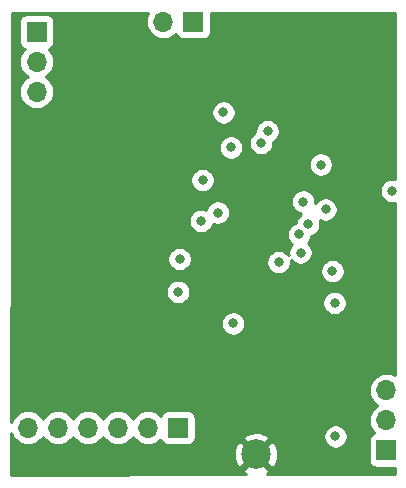
<source format=gbr>
G04 #@! TF.GenerationSoftware,KiCad,Pcbnew,(5.1.4)-1*
G04 #@! TF.CreationDate,2021-02-14T21:55:27+01:00*
G04 #@! TF.ProjectId,Atari XL s-video,41746172-6920-4584-9c20-732d76696465,rev?*
G04 #@! TF.SameCoordinates,Original*
G04 #@! TF.FileFunction,Copper,L2,Inr*
G04 #@! TF.FilePolarity,Positive*
%FSLAX46Y46*%
G04 Gerber Fmt 4.6, Leading zero omitted, Abs format (unit mm)*
G04 Created by KiCad (PCBNEW (5.1.4)-1) date 2021-02-14 21:55:27*
%MOMM*%
%LPD*%
G04 APERTURE LIST*
%ADD10R,1.700000X1.700000*%
%ADD11O,1.700000X1.700000*%
%ADD12C,2.499360*%
%ADD13C,0.800000*%
%ADD14C,0.254000*%
G04 APERTURE END LIST*
D10*
X173532800Y-58928000D03*
D11*
X173532800Y-61468000D03*
X173532800Y-64008000D03*
D12*
X192100000Y-94716600D03*
D10*
X185496000Y-92456000D03*
D11*
X182956000Y-92456000D03*
X180416000Y-92456000D03*
X177876000Y-92456000D03*
X175336000Y-92456000D03*
X172796000Y-92456000D03*
D10*
X203149000Y-94361000D03*
D11*
X203149000Y-91821000D03*
X203149000Y-89281000D03*
X184252000Y-58064400D03*
D10*
X186792000Y-58064400D03*
D13*
X185516900Y-80945200D03*
X187585100Y-71482900D03*
X198831200Y-93192600D03*
X198750700Y-81887200D03*
X203631800Y-72390000D03*
X183863400Y-79430800D03*
X173659800Y-74752200D03*
X190171800Y-83620700D03*
X188867800Y-74229900D03*
X185642100Y-78165700D03*
X198569400Y-79187700D03*
X194022000Y-78429800D03*
X195753700Y-76085400D03*
X195875400Y-77627500D03*
X196514500Y-75204200D03*
X187460100Y-74937700D03*
X196094900Y-73308300D03*
X197582300Y-70167000D03*
X193075800Y-67345000D03*
X189980300Y-68716200D03*
X189348900Y-65745700D03*
X197998700Y-73961700D03*
X192545600Y-68344800D03*
D14*
G36*
X182873401Y-57493366D02*
G01*
X182788487Y-57773289D01*
X182759815Y-58064400D01*
X182788487Y-58355511D01*
X182873401Y-58635434D01*
X183011294Y-58893414D01*
X183196866Y-59119534D01*
X183422986Y-59305106D01*
X183680966Y-59442999D01*
X183960889Y-59527913D01*
X184179050Y-59549400D01*
X184324950Y-59549400D01*
X184543111Y-59527913D01*
X184823034Y-59442999D01*
X185081014Y-59305106D01*
X185307134Y-59119534D01*
X185331607Y-59089713D01*
X185352498Y-59158580D01*
X185411463Y-59268894D01*
X185490815Y-59365585D01*
X185587506Y-59444937D01*
X185697820Y-59503902D01*
X185817518Y-59540212D01*
X185942000Y-59552472D01*
X187642000Y-59552472D01*
X187766482Y-59540212D01*
X187886180Y-59503902D01*
X187996494Y-59444937D01*
X188093185Y-59365585D01*
X188172537Y-59268894D01*
X188231502Y-59158580D01*
X188267812Y-59038882D01*
X188280072Y-58914400D01*
X188280072Y-57302000D01*
X203911185Y-57302000D01*
X203902320Y-71388533D01*
X203733739Y-71355000D01*
X203529861Y-71355000D01*
X203329902Y-71394774D01*
X203141544Y-71472795D01*
X202972026Y-71586063D01*
X202827863Y-71730226D01*
X202714595Y-71899744D01*
X202636574Y-72088102D01*
X202596800Y-72288061D01*
X202596800Y-72491939D01*
X202636574Y-72691898D01*
X202714595Y-72880256D01*
X202827863Y-73049774D01*
X202972026Y-73193937D01*
X203141544Y-73307205D01*
X203329902Y-73385226D01*
X203529861Y-73425000D01*
X203733739Y-73425000D01*
X203901059Y-73391718D01*
X203891869Y-87994249D01*
X203720034Y-87902401D01*
X203440111Y-87817487D01*
X203221950Y-87796000D01*
X203076050Y-87796000D01*
X202857889Y-87817487D01*
X202577966Y-87902401D01*
X202319986Y-88040294D01*
X202093866Y-88225866D01*
X201908294Y-88451986D01*
X201770401Y-88709966D01*
X201685487Y-88989889D01*
X201656815Y-89281000D01*
X201685487Y-89572111D01*
X201770401Y-89852034D01*
X201908294Y-90110014D01*
X202093866Y-90336134D01*
X202319986Y-90521706D01*
X202374791Y-90551000D01*
X202319986Y-90580294D01*
X202093866Y-90765866D01*
X201908294Y-90991986D01*
X201770401Y-91249966D01*
X201685487Y-91529889D01*
X201656815Y-91821000D01*
X201685487Y-92112111D01*
X201770401Y-92392034D01*
X201908294Y-92650014D01*
X202093866Y-92876134D01*
X202123687Y-92900607D01*
X202054820Y-92921498D01*
X201944506Y-92980463D01*
X201847815Y-93059815D01*
X201768463Y-93156506D01*
X201709498Y-93266820D01*
X201673188Y-93386518D01*
X201660928Y-93511000D01*
X201660928Y-95211000D01*
X201673188Y-95335482D01*
X201709498Y-95455180D01*
X201768463Y-95565494D01*
X201847815Y-95662185D01*
X201944506Y-95741537D01*
X202054820Y-95800502D01*
X202174518Y-95836812D01*
X202299000Y-95849072D01*
X203886926Y-95849072D01*
X203886614Y-96344578D01*
X193000594Y-96377269D01*
X193107896Y-96319915D01*
X193233771Y-96029977D01*
X192100000Y-94896205D01*
X190966229Y-96029977D01*
X191092104Y-96319915D01*
X191217713Y-96382623D01*
X171374647Y-96442212D01*
X171377797Y-94769319D01*
X190206935Y-94769319D01*
X190253595Y-95137625D01*
X190371211Y-95489751D01*
X190496685Y-95724496D01*
X190786623Y-95850371D01*
X191920395Y-94716600D01*
X192279605Y-94716600D01*
X193413377Y-95850371D01*
X193703315Y-95724496D01*
X193869139Y-95392338D01*
X193966975Y-95034213D01*
X193993065Y-94663881D01*
X193946405Y-94295575D01*
X193828789Y-93943449D01*
X193703315Y-93708704D01*
X193413377Y-93582829D01*
X192279605Y-94716600D01*
X191920395Y-94716600D01*
X190786623Y-93582829D01*
X190496685Y-93708704D01*
X190330861Y-94040862D01*
X190233025Y-94398987D01*
X190206935Y-94769319D01*
X171377797Y-94769319D01*
X171381303Y-92908034D01*
X171417401Y-93027034D01*
X171555294Y-93285014D01*
X171740866Y-93511134D01*
X171966986Y-93696706D01*
X172224966Y-93834599D01*
X172504889Y-93919513D01*
X172723050Y-93941000D01*
X172868950Y-93941000D01*
X173087111Y-93919513D01*
X173367034Y-93834599D01*
X173625014Y-93696706D01*
X173851134Y-93511134D01*
X174036706Y-93285014D01*
X174066000Y-93230209D01*
X174095294Y-93285014D01*
X174280866Y-93511134D01*
X174506986Y-93696706D01*
X174764966Y-93834599D01*
X175044889Y-93919513D01*
X175263050Y-93941000D01*
X175408950Y-93941000D01*
X175627111Y-93919513D01*
X175907034Y-93834599D01*
X176165014Y-93696706D01*
X176391134Y-93511134D01*
X176576706Y-93285014D01*
X176606000Y-93230209D01*
X176635294Y-93285014D01*
X176820866Y-93511134D01*
X177046986Y-93696706D01*
X177304966Y-93834599D01*
X177584889Y-93919513D01*
X177803050Y-93941000D01*
X177948950Y-93941000D01*
X178167111Y-93919513D01*
X178447034Y-93834599D01*
X178705014Y-93696706D01*
X178931134Y-93511134D01*
X179116706Y-93285014D01*
X179146000Y-93230209D01*
X179175294Y-93285014D01*
X179360866Y-93511134D01*
X179586986Y-93696706D01*
X179844966Y-93834599D01*
X180124889Y-93919513D01*
X180343050Y-93941000D01*
X180488950Y-93941000D01*
X180707111Y-93919513D01*
X180987034Y-93834599D01*
X181245014Y-93696706D01*
X181471134Y-93511134D01*
X181656706Y-93285014D01*
X181686000Y-93230209D01*
X181715294Y-93285014D01*
X181900866Y-93511134D01*
X182126986Y-93696706D01*
X182384966Y-93834599D01*
X182664889Y-93919513D01*
X182883050Y-93941000D01*
X183028950Y-93941000D01*
X183247111Y-93919513D01*
X183527034Y-93834599D01*
X183785014Y-93696706D01*
X184011134Y-93511134D01*
X184035607Y-93481313D01*
X184056498Y-93550180D01*
X184115463Y-93660494D01*
X184194815Y-93757185D01*
X184291506Y-93836537D01*
X184401820Y-93895502D01*
X184521518Y-93931812D01*
X184646000Y-93944072D01*
X186346000Y-93944072D01*
X186470482Y-93931812D01*
X186590180Y-93895502D01*
X186700494Y-93836537D01*
X186797185Y-93757185D01*
X186876537Y-93660494D01*
X186935502Y-93550180D01*
X186971812Y-93430482D01*
X186974496Y-93403223D01*
X190966229Y-93403223D01*
X192100000Y-94536995D01*
X193233771Y-93403223D01*
X193107896Y-93113285D01*
X193062579Y-93090661D01*
X197796200Y-93090661D01*
X197796200Y-93294539D01*
X197835974Y-93494498D01*
X197913995Y-93682856D01*
X198027263Y-93852374D01*
X198171426Y-93996537D01*
X198340944Y-94109805D01*
X198529302Y-94187826D01*
X198729261Y-94227600D01*
X198933139Y-94227600D01*
X199133098Y-94187826D01*
X199321456Y-94109805D01*
X199490974Y-93996537D01*
X199635137Y-93852374D01*
X199748405Y-93682856D01*
X199826426Y-93494498D01*
X199866200Y-93294539D01*
X199866200Y-93090661D01*
X199826426Y-92890702D01*
X199748405Y-92702344D01*
X199635137Y-92532826D01*
X199490974Y-92388663D01*
X199321456Y-92275395D01*
X199133098Y-92197374D01*
X198933139Y-92157600D01*
X198729261Y-92157600D01*
X198529302Y-92197374D01*
X198340944Y-92275395D01*
X198171426Y-92388663D01*
X198027263Y-92532826D01*
X197913995Y-92702344D01*
X197835974Y-92890702D01*
X197796200Y-93090661D01*
X193062579Y-93090661D01*
X192775738Y-92947461D01*
X192417613Y-92849625D01*
X192047281Y-92823535D01*
X191678975Y-92870195D01*
X191326849Y-92987811D01*
X191092104Y-93113285D01*
X190966229Y-93403223D01*
X186974496Y-93403223D01*
X186984072Y-93306000D01*
X186984072Y-91606000D01*
X186971812Y-91481518D01*
X186935502Y-91361820D01*
X186876537Y-91251506D01*
X186797185Y-91154815D01*
X186700494Y-91075463D01*
X186590180Y-91016498D01*
X186470482Y-90980188D01*
X186346000Y-90967928D01*
X184646000Y-90967928D01*
X184521518Y-90980188D01*
X184401820Y-91016498D01*
X184291506Y-91075463D01*
X184194815Y-91154815D01*
X184115463Y-91251506D01*
X184056498Y-91361820D01*
X184035607Y-91430687D01*
X184011134Y-91400866D01*
X183785014Y-91215294D01*
X183527034Y-91077401D01*
X183247111Y-90992487D01*
X183028950Y-90971000D01*
X182883050Y-90971000D01*
X182664889Y-90992487D01*
X182384966Y-91077401D01*
X182126986Y-91215294D01*
X181900866Y-91400866D01*
X181715294Y-91626986D01*
X181686000Y-91681791D01*
X181656706Y-91626986D01*
X181471134Y-91400866D01*
X181245014Y-91215294D01*
X180987034Y-91077401D01*
X180707111Y-90992487D01*
X180488950Y-90971000D01*
X180343050Y-90971000D01*
X180124889Y-90992487D01*
X179844966Y-91077401D01*
X179586986Y-91215294D01*
X179360866Y-91400866D01*
X179175294Y-91626986D01*
X179146000Y-91681791D01*
X179116706Y-91626986D01*
X178931134Y-91400866D01*
X178705014Y-91215294D01*
X178447034Y-91077401D01*
X178167111Y-90992487D01*
X177948950Y-90971000D01*
X177803050Y-90971000D01*
X177584889Y-90992487D01*
X177304966Y-91077401D01*
X177046986Y-91215294D01*
X176820866Y-91400866D01*
X176635294Y-91626986D01*
X176606000Y-91681791D01*
X176576706Y-91626986D01*
X176391134Y-91400866D01*
X176165014Y-91215294D01*
X175907034Y-91077401D01*
X175627111Y-90992487D01*
X175408950Y-90971000D01*
X175263050Y-90971000D01*
X175044889Y-90992487D01*
X174764966Y-91077401D01*
X174506986Y-91215294D01*
X174280866Y-91400866D01*
X174095294Y-91626986D01*
X174066000Y-91681791D01*
X174036706Y-91626986D01*
X173851134Y-91400866D01*
X173625014Y-91215294D01*
X173367034Y-91077401D01*
X173087111Y-90992487D01*
X172868950Y-90971000D01*
X172723050Y-90971000D01*
X172504889Y-90992487D01*
X172224966Y-91077401D01*
X171966986Y-91215294D01*
X171740866Y-91400866D01*
X171555294Y-91626986D01*
X171417401Y-91884966D01*
X171383016Y-91998318D01*
X171398984Y-83518761D01*
X189136800Y-83518761D01*
X189136800Y-83722639D01*
X189176574Y-83922598D01*
X189254595Y-84110956D01*
X189367863Y-84280474D01*
X189512026Y-84424637D01*
X189681544Y-84537905D01*
X189869902Y-84615926D01*
X190069861Y-84655700D01*
X190273739Y-84655700D01*
X190473698Y-84615926D01*
X190662056Y-84537905D01*
X190831574Y-84424637D01*
X190975737Y-84280474D01*
X191089005Y-84110956D01*
X191167026Y-83922598D01*
X191206800Y-83722639D01*
X191206800Y-83518761D01*
X191167026Y-83318802D01*
X191089005Y-83130444D01*
X190975737Y-82960926D01*
X190831574Y-82816763D01*
X190662056Y-82703495D01*
X190473698Y-82625474D01*
X190273739Y-82585700D01*
X190069861Y-82585700D01*
X189869902Y-82625474D01*
X189681544Y-82703495D01*
X189512026Y-82816763D01*
X189367863Y-82960926D01*
X189254595Y-83130444D01*
X189176574Y-83318802D01*
X189136800Y-83518761D01*
X171398984Y-83518761D01*
X171404023Y-80843261D01*
X184481900Y-80843261D01*
X184481900Y-81047139D01*
X184521674Y-81247098D01*
X184599695Y-81435456D01*
X184712963Y-81604974D01*
X184857126Y-81749137D01*
X185026644Y-81862405D01*
X185215002Y-81940426D01*
X185414961Y-81980200D01*
X185618839Y-81980200D01*
X185818798Y-81940426D01*
X186007156Y-81862405D01*
X186122610Y-81785261D01*
X197715700Y-81785261D01*
X197715700Y-81989139D01*
X197755474Y-82189098D01*
X197833495Y-82377456D01*
X197946763Y-82546974D01*
X198090926Y-82691137D01*
X198260444Y-82804405D01*
X198448802Y-82882426D01*
X198648761Y-82922200D01*
X198852639Y-82922200D01*
X199052598Y-82882426D01*
X199240956Y-82804405D01*
X199410474Y-82691137D01*
X199554637Y-82546974D01*
X199667905Y-82377456D01*
X199745926Y-82189098D01*
X199785700Y-81989139D01*
X199785700Y-81785261D01*
X199745926Y-81585302D01*
X199667905Y-81396944D01*
X199554637Y-81227426D01*
X199410474Y-81083263D01*
X199240956Y-80969995D01*
X199052598Y-80891974D01*
X198852639Y-80852200D01*
X198648761Y-80852200D01*
X198448802Y-80891974D01*
X198260444Y-80969995D01*
X198090926Y-81083263D01*
X197946763Y-81227426D01*
X197833495Y-81396944D01*
X197755474Y-81585302D01*
X197715700Y-81785261D01*
X186122610Y-81785261D01*
X186176674Y-81749137D01*
X186320837Y-81604974D01*
X186434105Y-81435456D01*
X186512126Y-81247098D01*
X186551900Y-81047139D01*
X186551900Y-80843261D01*
X186512126Y-80643302D01*
X186434105Y-80454944D01*
X186320837Y-80285426D01*
X186176674Y-80141263D01*
X186007156Y-80027995D01*
X185818798Y-79949974D01*
X185618839Y-79910200D01*
X185414961Y-79910200D01*
X185215002Y-79949974D01*
X185026644Y-80027995D01*
X184857126Y-80141263D01*
X184712963Y-80285426D01*
X184599695Y-80454944D01*
X184521674Y-80643302D01*
X184481900Y-80843261D01*
X171404023Y-80843261D01*
X171409257Y-78063761D01*
X184607100Y-78063761D01*
X184607100Y-78267639D01*
X184646874Y-78467598D01*
X184724895Y-78655956D01*
X184838163Y-78825474D01*
X184982326Y-78969637D01*
X185151844Y-79082905D01*
X185340202Y-79160926D01*
X185540161Y-79200700D01*
X185744039Y-79200700D01*
X185943998Y-79160926D01*
X186132356Y-79082905D01*
X186301874Y-78969637D01*
X186446037Y-78825474D01*
X186559305Y-78655956D01*
X186637326Y-78467598D01*
X186665121Y-78327861D01*
X192987000Y-78327861D01*
X192987000Y-78531739D01*
X193026774Y-78731698D01*
X193104795Y-78920056D01*
X193218063Y-79089574D01*
X193362226Y-79233737D01*
X193531744Y-79347005D01*
X193720102Y-79425026D01*
X193920061Y-79464800D01*
X194123939Y-79464800D01*
X194323898Y-79425026D01*
X194512256Y-79347005D01*
X194681774Y-79233737D01*
X194825937Y-79089574D01*
X194828484Y-79085761D01*
X197534400Y-79085761D01*
X197534400Y-79289639D01*
X197574174Y-79489598D01*
X197652195Y-79677956D01*
X197765463Y-79847474D01*
X197909626Y-79991637D01*
X198079144Y-80104905D01*
X198267502Y-80182926D01*
X198467461Y-80222700D01*
X198671339Y-80222700D01*
X198871298Y-80182926D01*
X199059656Y-80104905D01*
X199229174Y-79991637D01*
X199373337Y-79847474D01*
X199486605Y-79677956D01*
X199564626Y-79489598D01*
X199604400Y-79289639D01*
X199604400Y-79085761D01*
X199564626Y-78885802D01*
X199486605Y-78697444D01*
X199373337Y-78527926D01*
X199229174Y-78383763D01*
X199059656Y-78270495D01*
X198871298Y-78192474D01*
X198671339Y-78152700D01*
X198467461Y-78152700D01*
X198267502Y-78192474D01*
X198079144Y-78270495D01*
X197909626Y-78383763D01*
X197765463Y-78527926D01*
X197652195Y-78697444D01*
X197574174Y-78885802D01*
X197534400Y-79085761D01*
X194828484Y-79085761D01*
X194939205Y-78920056D01*
X195017226Y-78731698D01*
X195057000Y-78531739D01*
X195057000Y-78327861D01*
X195039374Y-78239250D01*
X195071463Y-78287274D01*
X195215626Y-78431437D01*
X195385144Y-78544705D01*
X195573502Y-78622726D01*
X195773461Y-78662500D01*
X195977339Y-78662500D01*
X196177298Y-78622726D01*
X196365656Y-78544705D01*
X196535174Y-78431437D01*
X196679337Y-78287274D01*
X196792605Y-78117756D01*
X196870626Y-77929398D01*
X196910400Y-77729439D01*
X196910400Y-77525561D01*
X196870626Y-77325602D01*
X196792605Y-77137244D01*
X196679337Y-76967726D01*
X196535174Y-76823563D01*
X196501649Y-76801162D01*
X196557637Y-76745174D01*
X196670905Y-76575656D01*
X196748926Y-76387298D01*
X196785056Y-76205660D01*
X196816398Y-76199426D01*
X197004756Y-76121405D01*
X197174274Y-76008137D01*
X197318437Y-75863974D01*
X197431705Y-75694456D01*
X197509726Y-75506098D01*
X197549500Y-75306139D01*
X197549500Y-75102261D01*
X197509726Y-74902302D01*
X197496816Y-74871136D01*
X197508444Y-74878905D01*
X197696802Y-74956926D01*
X197896761Y-74996700D01*
X198100639Y-74996700D01*
X198300598Y-74956926D01*
X198488956Y-74878905D01*
X198658474Y-74765637D01*
X198802637Y-74621474D01*
X198915905Y-74451956D01*
X198993926Y-74263598D01*
X199033700Y-74063639D01*
X199033700Y-73859761D01*
X198993926Y-73659802D01*
X198915905Y-73471444D01*
X198802637Y-73301926D01*
X198658474Y-73157763D01*
X198488956Y-73044495D01*
X198300598Y-72966474D01*
X198100639Y-72926700D01*
X197896761Y-72926700D01*
X197696802Y-72966474D01*
X197508444Y-73044495D01*
X197338926Y-73157763D01*
X197194763Y-73301926D01*
X197129900Y-73399001D01*
X197129900Y-73206361D01*
X197090126Y-73006402D01*
X197012105Y-72818044D01*
X196898837Y-72648526D01*
X196754674Y-72504363D01*
X196585156Y-72391095D01*
X196396798Y-72313074D01*
X196196839Y-72273300D01*
X195992961Y-72273300D01*
X195793002Y-72313074D01*
X195604644Y-72391095D01*
X195435126Y-72504363D01*
X195290963Y-72648526D01*
X195177695Y-72818044D01*
X195099674Y-73006402D01*
X195059900Y-73206361D01*
X195059900Y-73410239D01*
X195099674Y-73610198D01*
X195177695Y-73798556D01*
X195290963Y-73968074D01*
X195435126Y-74112237D01*
X195604644Y-74225505D01*
X195793002Y-74303526D01*
X195952132Y-74335179D01*
X195854726Y-74400263D01*
X195710563Y-74544426D01*
X195597295Y-74713944D01*
X195519274Y-74902302D01*
X195483144Y-75083940D01*
X195451802Y-75090174D01*
X195263444Y-75168195D01*
X195093926Y-75281463D01*
X194949763Y-75425626D01*
X194836495Y-75595144D01*
X194758474Y-75783502D01*
X194718700Y-75983461D01*
X194718700Y-76187339D01*
X194758474Y-76387298D01*
X194836495Y-76575656D01*
X194949763Y-76745174D01*
X195093926Y-76889337D01*
X195127451Y-76911738D01*
X195071463Y-76967726D01*
X194958195Y-77137244D01*
X194880174Y-77325602D01*
X194840400Y-77525561D01*
X194840400Y-77729439D01*
X194858026Y-77818050D01*
X194825937Y-77770026D01*
X194681774Y-77625863D01*
X194512256Y-77512595D01*
X194323898Y-77434574D01*
X194123939Y-77394800D01*
X193920061Y-77394800D01*
X193720102Y-77434574D01*
X193531744Y-77512595D01*
X193362226Y-77625863D01*
X193218063Y-77770026D01*
X193104795Y-77939544D01*
X193026774Y-78127902D01*
X192987000Y-78327861D01*
X186665121Y-78327861D01*
X186677100Y-78267639D01*
X186677100Y-78063761D01*
X186637326Y-77863802D01*
X186559305Y-77675444D01*
X186446037Y-77505926D01*
X186301874Y-77361763D01*
X186132356Y-77248495D01*
X185943998Y-77170474D01*
X185744039Y-77130700D01*
X185540161Y-77130700D01*
X185340202Y-77170474D01*
X185151844Y-77248495D01*
X184982326Y-77361763D01*
X184838163Y-77505926D01*
X184724895Y-77675444D01*
X184646874Y-77863802D01*
X184607100Y-78063761D01*
X171409257Y-78063761D01*
X171415336Y-74835761D01*
X186425100Y-74835761D01*
X186425100Y-75039639D01*
X186464874Y-75239598D01*
X186542895Y-75427956D01*
X186656163Y-75597474D01*
X186800326Y-75741637D01*
X186969844Y-75854905D01*
X187158202Y-75932926D01*
X187358161Y-75972700D01*
X187562039Y-75972700D01*
X187761998Y-75932926D01*
X187950356Y-75854905D01*
X188119874Y-75741637D01*
X188264037Y-75597474D01*
X188377305Y-75427956D01*
X188455326Y-75239598D01*
X188466403Y-75183912D01*
X188565902Y-75225126D01*
X188765861Y-75264900D01*
X188969739Y-75264900D01*
X189169698Y-75225126D01*
X189358056Y-75147105D01*
X189527574Y-75033837D01*
X189671737Y-74889674D01*
X189785005Y-74720156D01*
X189863026Y-74531798D01*
X189902800Y-74331839D01*
X189902800Y-74127961D01*
X189863026Y-73928002D01*
X189785005Y-73739644D01*
X189671737Y-73570126D01*
X189527574Y-73425963D01*
X189358056Y-73312695D01*
X189169698Y-73234674D01*
X188969739Y-73194900D01*
X188765861Y-73194900D01*
X188565902Y-73234674D01*
X188377544Y-73312695D01*
X188208026Y-73425963D01*
X188063863Y-73570126D01*
X187950595Y-73739644D01*
X187872574Y-73928002D01*
X187861497Y-73983688D01*
X187761998Y-73942474D01*
X187562039Y-73902700D01*
X187358161Y-73902700D01*
X187158202Y-73942474D01*
X186969844Y-74020495D01*
X186800326Y-74133763D01*
X186656163Y-74277926D01*
X186542895Y-74447444D01*
X186464874Y-74635802D01*
X186425100Y-74835761D01*
X171415336Y-74835761D01*
X171421842Y-71380961D01*
X186550100Y-71380961D01*
X186550100Y-71584839D01*
X186589874Y-71784798D01*
X186667895Y-71973156D01*
X186781163Y-72142674D01*
X186925326Y-72286837D01*
X187094844Y-72400105D01*
X187283202Y-72478126D01*
X187483161Y-72517900D01*
X187687039Y-72517900D01*
X187886998Y-72478126D01*
X188075356Y-72400105D01*
X188244874Y-72286837D01*
X188389037Y-72142674D01*
X188502305Y-71973156D01*
X188580326Y-71784798D01*
X188620100Y-71584839D01*
X188620100Y-71380961D01*
X188580326Y-71181002D01*
X188502305Y-70992644D01*
X188389037Y-70823126D01*
X188244874Y-70678963D01*
X188075356Y-70565695D01*
X187886998Y-70487674D01*
X187687039Y-70447900D01*
X187483161Y-70447900D01*
X187283202Y-70487674D01*
X187094844Y-70565695D01*
X186925326Y-70678963D01*
X186781163Y-70823126D01*
X186667895Y-70992644D01*
X186589874Y-71181002D01*
X186550100Y-71380961D01*
X171421842Y-71380961D01*
X171424319Y-70065061D01*
X196547300Y-70065061D01*
X196547300Y-70268939D01*
X196587074Y-70468898D01*
X196665095Y-70657256D01*
X196778363Y-70826774D01*
X196922526Y-70970937D01*
X197092044Y-71084205D01*
X197280402Y-71162226D01*
X197480361Y-71202000D01*
X197684239Y-71202000D01*
X197884198Y-71162226D01*
X198072556Y-71084205D01*
X198242074Y-70970937D01*
X198386237Y-70826774D01*
X198499505Y-70657256D01*
X198577526Y-70468898D01*
X198617300Y-70268939D01*
X198617300Y-70065061D01*
X198577526Y-69865102D01*
X198499505Y-69676744D01*
X198386237Y-69507226D01*
X198242074Y-69363063D01*
X198072556Y-69249795D01*
X197884198Y-69171774D01*
X197684239Y-69132000D01*
X197480361Y-69132000D01*
X197280402Y-69171774D01*
X197092044Y-69249795D01*
X196922526Y-69363063D01*
X196778363Y-69507226D01*
X196665095Y-69676744D01*
X196587074Y-69865102D01*
X196547300Y-70065061D01*
X171424319Y-70065061D01*
X171427052Y-68614261D01*
X188945300Y-68614261D01*
X188945300Y-68818139D01*
X188985074Y-69018098D01*
X189063095Y-69206456D01*
X189176363Y-69375974D01*
X189320526Y-69520137D01*
X189490044Y-69633405D01*
X189678402Y-69711426D01*
X189878361Y-69751200D01*
X190082239Y-69751200D01*
X190282198Y-69711426D01*
X190470556Y-69633405D01*
X190640074Y-69520137D01*
X190784237Y-69375974D01*
X190897505Y-69206456D01*
X190975526Y-69018098D01*
X191015300Y-68818139D01*
X191015300Y-68614261D01*
X190975526Y-68414302D01*
X190904513Y-68242861D01*
X191510600Y-68242861D01*
X191510600Y-68446739D01*
X191550374Y-68646698D01*
X191628395Y-68835056D01*
X191741663Y-69004574D01*
X191885826Y-69148737D01*
X192055344Y-69262005D01*
X192243702Y-69340026D01*
X192443661Y-69379800D01*
X192647539Y-69379800D01*
X192847498Y-69340026D01*
X193035856Y-69262005D01*
X193205374Y-69148737D01*
X193349537Y-69004574D01*
X193462805Y-68835056D01*
X193540826Y-68646698D01*
X193580600Y-68446739D01*
X193580600Y-68252487D01*
X193735574Y-68148937D01*
X193879737Y-68004774D01*
X193993005Y-67835256D01*
X194071026Y-67646898D01*
X194110800Y-67446939D01*
X194110800Y-67243061D01*
X194071026Y-67043102D01*
X193993005Y-66854744D01*
X193879737Y-66685226D01*
X193735574Y-66541063D01*
X193566056Y-66427795D01*
X193377698Y-66349774D01*
X193177739Y-66310000D01*
X192973861Y-66310000D01*
X192773902Y-66349774D01*
X192585544Y-66427795D01*
X192416026Y-66541063D01*
X192271863Y-66685226D01*
X192158595Y-66854744D01*
X192080574Y-67043102D01*
X192040800Y-67243061D01*
X192040800Y-67437313D01*
X191885826Y-67540863D01*
X191741663Y-67685026D01*
X191628395Y-67854544D01*
X191550374Y-68042902D01*
X191510600Y-68242861D01*
X190904513Y-68242861D01*
X190897505Y-68225944D01*
X190784237Y-68056426D01*
X190640074Y-67912263D01*
X190470556Y-67798995D01*
X190282198Y-67720974D01*
X190082239Y-67681200D01*
X189878361Y-67681200D01*
X189678402Y-67720974D01*
X189490044Y-67798995D01*
X189320526Y-67912263D01*
X189176363Y-68056426D01*
X189063095Y-68225944D01*
X188985074Y-68414302D01*
X188945300Y-68614261D01*
X171427052Y-68614261D01*
X171432646Y-65643761D01*
X188313900Y-65643761D01*
X188313900Y-65847639D01*
X188353674Y-66047598D01*
X188431695Y-66235956D01*
X188544963Y-66405474D01*
X188689126Y-66549637D01*
X188858644Y-66662905D01*
X189047002Y-66740926D01*
X189246961Y-66780700D01*
X189450839Y-66780700D01*
X189650798Y-66740926D01*
X189839156Y-66662905D01*
X190008674Y-66549637D01*
X190152837Y-66405474D01*
X190266105Y-66235956D01*
X190344126Y-66047598D01*
X190383900Y-65847639D01*
X190383900Y-65643761D01*
X190344126Y-65443802D01*
X190266105Y-65255444D01*
X190152837Y-65085926D01*
X190008674Y-64941763D01*
X189839156Y-64828495D01*
X189650798Y-64750474D01*
X189450839Y-64710700D01*
X189246961Y-64710700D01*
X189047002Y-64750474D01*
X188858644Y-64828495D01*
X188689126Y-64941763D01*
X188544963Y-65085926D01*
X188431695Y-65255444D01*
X188353674Y-65443802D01*
X188313900Y-65643761D01*
X171432646Y-65643761D01*
X171440511Y-61468000D01*
X172040615Y-61468000D01*
X172069287Y-61759111D01*
X172154201Y-62039034D01*
X172292094Y-62297014D01*
X172477666Y-62523134D01*
X172703786Y-62708706D01*
X172758591Y-62738000D01*
X172703786Y-62767294D01*
X172477666Y-62952866D01*
X172292094Y-63178986D01*
X172154201Y-63436966D01*
X172069287Y-63716889D01*
X172040615Y-64008000D01*
X172069287Y-64299111D01*
X172154201Y-64579034D01*
X172292094Y-64837014D01*
X172477666Y-65063134D01*
X172703786Y-65248706D01*
X172961766Y-65386599D01*
X173241689Y-65471513D01*
X173459850Y-65493000D01*
X173605750Y-65493000D01*
X173823911Y-65471513D01*
X174103834Y-65386599D01*
X174361814Y-65248706D01*
X174587934Y-65063134D01*
X174773506Y-64837014D01*
X174911399Y-64579034D01*
X174996313Y-64299111D01*
X175024985Y-64008000D01*
X174996313Y-63716889D01*
X174911399Y-63436966D01*
X174773506Y-63178986D01*
X174587934Y-62952866D01*
X174361814Y-62767294D01*
X174307009Y-62738000D01*
X174361814Y-62708706D01*
X174587934Y-62523134D01*
X174773506Y-62297014D01*
X174911399Y-62039034D01*
X174996313Y-61759111D01*
X175024985Y-61468000D01*
X174996313Y-61176889D01*
X174911399Y-60896966D01*
X174773506Y-60638986D01*
X174587934Y-60412866D01*
X174558113Y-60388393D01*
X174626980Y-60367502D01*
X174737294Y-60308537D01*
X174833985Y-60229185D01*
X174913337Y-60132494D01*
X174972302Y-60022180D01*
X175008612Y-59902482D01*
X175020872Y-59778000D01*
X175020872Y-58078000D01*
X175008612Y-57953518D01*
X174972302Y-57833820D01*
X174913337Y-57723506D01*
X174833985Y-57626815D01*
X174737294Y-57547463D01*
X174626980Y-57488498D01*
X174507282Y-57452188D01*
X174382800Y-57439928D01*
X172682800Y-57439928D01*
X172558318Y-57452188D01*
X172438620Y-57488498D01*
X172328306Y-57547463D01*
X172231615Y-57626815D01*
X172152263Y-57723506D01*
X172093298Y-57833820D01*
X172056988Y-57953518D01*
X172044728Y-58078000D01*
X172044728Y-59778000D01*
X172056988Y-59902482D01*
X172093298Y-60022180D01*
X172152263Y-60132494D01*
X172231615Y-60229185D01*
X172328306Y-60308537D01*
X172438620Y-60367502D01*
X172507487Y-60388393D01*
X172477666Y-60412866D01*
X172292094Y-60638986D01*
X172154201Y-60896966D01*
X172069287Y-61176889D01*
X172040615Y-61468000D01*
X171440511Y-61468000D01*
X171448357Y-57302000D01*
X182975688Y-57302000D01*
X182873401Y-57493366D01*
X182873401Y-57493366D01*
G37*
X182873401Y-57493366D02*
X182788487Y-57773289D01*
X182759815Y-58064400D01*
X182788487Y-58355511D01*
X182873401Y-58635434D01*
X183011294Y-58893414D01*
X183196866Y-59119534D01*
X183422986Y-59305106D01*
X183680966Y-59442999D01*
X183960889Y-59527913D01*
X184179050Y-59549400D01*
X184324950Y-59549400D01*
X184543111Y-59527913D01*
X184823034Y-59442999D01*
X185081014Y-59305106D01*
X185307134Y-59119534D01*
X185331607Y-59089713D01*
X185352498Y-59158580D01*
X185411463Y-59268894D01*
X185490815Y-59365585D01*
X185587506Y-59444937D01*
X185697820Y-59503902D01*
X185817518Y-59540212D01*
X185942000Y-59552472D01*
X187642000Y-59552472D01*
X187766482Y-59540212D01*
X187886180Y-59503902D01*
X187996494Y-59444937D01*
X188093185Y-59365585D01*
X188172537Y-59268894D01*
X188231502Y-59158580D01*
X188267812Y-59038882D01*
X188280072Y-58914400D01*
X188280072Y-57302000D01*
X203911185Y-57302000D01*
X203902320Y-71388533D01*
X203733739Y-71355000D01*
X203529861Y-71355000D01*
X203329902Y-71394774D01*
X203141544Y-71472795D01*
X202972026Y-71586063D01*
X202827863Y-71730226D01*
X202714595Y-71899744D01*
X202636574Y-72088102D01*
X202596800Y-72288061D01*
X202596800Y-72491939D01*
X202636574Y-72691898D01*
X202714595Y-72880256D01*
X202827863Y-73049774D01*
X202972026Y-73193937D01*
X203141544Y-73307205D01*
X203329902Y-73385226D01*
X203529861Y-73425000D01*
X203733739Y-73425000D01*
X203901059Y-73391718D01*
X203891869Y-87994249D01*
X203720034Y-87902401D01*
X203440111Y-87817487D01*
X203221950Y-87796000D01*
X203076050Y-87796000D01*
X202857889Y-87817487D01*
X202577966Y-87902401D01*
X202319986Y-88040294D01*
X202093866Y-88225866D01*
X201908294Y-88451986D01*
X201770401Y-88709966D01*
X201685487Y-88989889D01*
X201656815Y-89281000D01*
X201685487Y-89572111D01*
X201770401Y-89852034D01*
X201908294Y-90110014D01*
X202093866Y-90336134D01*
X202319986Y-90521706D01*
X202374791Y-90551000D01*
X202319986Y-90580294D01*
X202093866Y-90765866D01*
X201908294Y-90991986D01*
X201770401Y-91249966D01*
X201685487Y-91529889D01*
X201656815Y-91821000D01*
X201685487Y-92112111D01*
X201770401Y-92392034D01*
X201908294Y-92650014D01*
X202093866Y-92876134D01*
X202123687Y-92900607D01*
X202054820Y-92921498D01*
X201944506Y-92980463D01*
X201847815Y-93059815D01*
X201768463Y-93156506D01*
X201709498Y-93266820D01*
X201673188Y-93386518D01*
X201660928Y-93511000D01*
X201660928Y-95211000D01*
X201673188Y-95335482D01*
X201709498Y-95455180D01*
X201768463Y-95565494D01*
X201847815Y-95662185D01*
X201944506Y-95741537D01*
X202054820Y-95800502D01*
X202174518Y-95836812D01*
X202299000Y-95849072D01*
X203886926Y-95849072D01*
X203886614Y-96344578D01*
X193000594Y-96377269D01*
X193107896Y-96319915D01*
X193233771Y-96029977D01*
X192100000Y-94896205D01*
X190966229Y-96029977D01*
X191092104Y-96319915D01*
X191217713Y-96382623D01*
X171374647Y-96442212D01*
X171377797Y-94769319D01*
X190206935Y-94769319D01*
X190253595Y-95137625D01*
X190371211Y-95489751D01*
X190496685Y-95724496D01*
X190786623Y-95850371D01*
X191920395Y-94716600D01*
X192279605Y-94716600D01*
X193413377Y-95850371D01*
X193703315Y-95724496D01*
X193869139Y-95392338D01*
X193966975Y-95034213D01*
X193993065Y-94663881D01*
X193946405Y-94295575D01*
X193828789Y-93943449D01*
X193703315Y-93708704D01*
X193413377Y-93582829D01*
X192279605Y-94716600D01*
X191920395Y-94716600D01*
X190786623Y-93582829D01*
X190496685Y-93708704D01*
X190330861Y-94040862D01*
X190233025Y-94398987D01*
X190206935Y-94769319D01*
X171377797Y-94769319D01*
X171381303Y-92908034D01*
X171417401Y-93027034D01*
X171555294Y-93285014D01*
X171740866Y-93511134D01*
X171966986Y-93696706D01*
X172224966Y-93834599D01*
X172504889Y-93919513D01*
X172723050Y-93941000D01*
X172868950Y-93941000D01*
X173087111Y-93919513D01*
X173367034Y-93834599D01*
X173625014Y-93696706D01*
X173851134Y-93511134D01*
X174036706Y-93285014D01*
X174066000Y-93230209D01*
X174095294Y-93285014D01*
X174280866Y-93511134D01*
X174506986Y-93696706D01*
X174764966Y-93834599D01*
X175044889Y-93919513D01*
X175263050Y-93941000D01*
X175408950Y-93941000D01*
X175627111Y-93919513D01*
X175907034Y-93834599D01*
X176165014Y-93696706D01*
X176391134Y-93511134D01*
X176576706Y-93285014D01*
X176606000Y-93230209D01*
X176635294Y-93285014D01*
X176820866Y-93511134D01*
X177046986Y-93696706D01*
X177304966Y-93834599D01*
X177584889Y-93919513D01*
X177803050Y-93941000D01*
X177948950Y-93941000D01*
X178167111Y-93919513D01*
X178447034Y-93834599D01*
X178705014Y-93696706D01*
X178931134Y-93511134D01*
X179116706Y-93285014D01*
X179146000Y-93230209D01*
X179175294Y-93285014D01*
X179360866Y-93511134D01*
X179586986Y-93696706D01*
X179844966Y-93834599D01*
X180124889Y-93919513D01*
X180343050Y-93941000D01*
X180488950Y-93941000D01*
X180707111Y-93919513D01*
X180987034Y-93834599D01*
X181245014Y-93696706D01*
X181471134Y-93511134D01*
X181656706Y-93285014D01*
X181686000Y-93230209D01*
X181715294Y-93285014D01*
X181900866Y-93511134D01*
X182126986Y-93696706D01*
X182384966Y-93834599D01*
X182664889Y-93919513D01*
X182883050Y-93941000D01*
X183028950Y-93941000D01*
X183247111Y-93919513D01*
X183527034Y-93834599D01*
X183785014Y-93696706D01*
X184011134Y-93511134D01*
X184035607Y-93481313D01*
X184056498Y-93550180D01*
X184115463Y-93660494D01*
X184194815Y-93757185D01*
X184291506Y-93836537D01*
X184401820Y-93895502D01*
X184521518Y-93931812D01*
X184646000Y-93944072D01*
X186346000Y-93944072D01*
X186470482Y-93931812D01*
X186590180Y-93895502D01*
X186700494Y-93836537D01*
X186797185Y-93757185D01*
X186876537Y-93660494D01*
X186935502Y-93550180D01*
X186971812Y-93430482D01*
X186974496Y-93403223D01*
X190966229Y-93403223D01*
X192100000Y-94536995D01*
X193233771Y-93403223D01*
X193107896Y-93113285D01*
X193062579Y-93090661D01*
X197796200Y-93090661D01*
X197796200Y-93294539D01*
X197835974Y-93494498D01*
X197913995Y-93682856D01*
X198027263Y-93852374D01*
X198171426Y-93996537D01*
X198340944Y-94109805D01*
X198529302Y-94187826D01*
X198729261Y-94227600D01*
X198933139Y-94227600D01*
X199133098Y-94187826D01*
X199321456Y-94109805D01*
X199490974Y-93996537D01*
X199635137Y-93852374D01*
X199748405Y-93682856D01*
X199826426Y-93494498D01*
X199866200Y-93294539D01*
X199866200Y-93090661D01*
X199826426Y-92890702D01*
X199748405Y-92702344D01*
X199635137Y-92532826D01*
X199490974Y-92388663D01*
X199321456Y-92275395D01*
X199133098Y-92197374D01*
X198933139Y-92157600D01*
X198729261Y-92157600D01*
X198529302Y-92197374D01*
X198340944Y-92275395D01*
X198171426Y-92388663D01*
X198027263Y-92532826D01*
X197913995Y-92702344D01*
X197835974Y-92890702D01*
X197796200Y-93090661D01*
X193062579Y-93090661D01*
X192775738Y-92947461D01*
X192417613Y-92849625D01*
X192047281Y-92823535D01*
X191678975Y-92870195D01*
X191326849Y-92987811D01*
X191092104Y-93113285D01*
X190966229Y-93403223D01*
X186974496Y-93403223D01*
X186984072Y-93306000D01*
X186984072Y-91606000D01*
X186971812Y-91481518D01*
X186935502Y-91361820D01*
X186876537Y-91251506D01*
X186797185Y-91154815D01*
X186700494Y-91075463D01*
X186590180Y-91016498D01*
X186470482Y-90980188D01*
X186346000Y-90967928D01*
X184646000Y-90967928D01*
X184521518Y-90980188D01*
X184401820Y-91016498D01*
X184291506Y-91075463D01*
X184194815Y-91154815D01*
X184115463Y-91251506D01*
X184056498Y-91361820D01*
X184035607Y-91430687D01*
X184011134Y-91400866D01*
X183785014Y-91215294D01*
X183527034Y-91077401D01*
X183247111Y-90992487D01*
X183028950Y-90971000D01*
X182883050Y-90971000D01*
X182664889Y-90992487D01*
X182384966Y-91077401D01*
X182126986Y-91215294D01*
X181900866Y-91400866D01*
X181715294Y-91626986D01*
X181686000Y-91681791D01*
X181656706Y-91626986D01*
X181471134Y-91400866D01*
X181245014Y-91215294D01*
X180987034Y-91077401D01*
X180707111Y-90992487D01*
X180488950Y-90971000D01*
X180343050Y-90971000D01*
X180124889Y-90992487D01*
X179844966Y-91077401D01*
X179586986Y-91215294D01*
X179360866Y-91400866D01*
X179175294Y-91626986D01*
X179146000Y-91681791D01*
X179116706Y-91626986D01*
X178931134Y-91400866D01*
X178705014Y-91215294D01*
X178447034Y-91077401D01*
X178167111Y-90992487D01*
X177948950Y-90971000D01*
X177803050Y-90971000D01*
X177584889Y-90992487D01*
X177304966Y-91077401D01*
X177046986Y-91215294D01*
X176820866Y-91400866D01*
X176635294Y-91626986D01*
X176606000Y-91681791D01*
X176576706Y-91626986D01*
X176391134Y-91400866D01*
X176165014Y-91215294D01*
X175907034Y-91077401D01*
X175627111Y-90992487D01*
X175408950Y-90971000D01*
X175263050Y-90971000D01*
X175044889Y-90992487D01*
X174764966Y-91077401D01*
X174506986Y-91215294D01*
X174280866Y-91400866D01*
X174095294Y-91626986D01*
X174066000Y-91681791D01*
X174036706Y-91626986D01*
X173851134Y-91400866D01*
X173625014Y-91215294D01*
X173367034Y-91077401D01*
X173087111Y-90992487D01*
X172868950Y-90971000D01*
X172723050Y-90971000D01*
X172504889Y-90992487D01*
X172224966Y-91077401D01*
X171966986Y-91215294D01*
X171740866Y-91400866D01*
X171555294Y-91626986D01*
X171417401Y-91884966D01*
X171383016Y-91998318D01*
X171398984Y-83518761D01*
X189136800Y-83518761D01*
X189136800Y-83722639D01*
X189176574Y-83922598D01*
X189254595Y-84110956D01*
X189367863Y-84280474D01*
X189512026Y-84424637D01*
X189681544Y-84537905D01*
X189869902Y-84615926D01*
X190069861Y-84655700D01*
X190273739Y-84655700D01*
X190473698Y-84615926D01*
X190662056Y-84537905D01*
X190831574Y-84424637D01*
X190975737Y-84280474D01*
X191089005Y-84110956D01*
X191167026Y-83922598D01*
X191206800Y-83722639D01*
X191206800Y-83518761D01*
X191167026Y-83318802D01*
X191089005Y-83130444D01*
X190975737Y-82960926D01*
X190831574Y-82816763D01*
X190662056Y-82703495D01*
X190473698Y-82625474D01*
X190273739Y-82585700D01*
X190069861Y-82585700D01*
X189869902Y-82625474D01*
X189681544Y-82703495D01*
X189512026Y-82816763D01*
X189367863Y-82960926D01*
X189254595Y-83130444D01*
X189176574Y-83318802D01*
X189136800Y-83518761D01*
X171398984Y-83518761D01*
X171404023Y-80843261D01*
X184481900Y-80843261D01*
X184481900Y-81047139D01*
X184521674Y-81247098D01*
X184599695Y-81435456D01*
X184712963Y-81604974D01*
X184857126Y-81749137D01*
X185026644Y-81862405D01*
X185215002Y-81940426D01*
X185414961Y-81980200D01*
X185618839Y-81980200D01*
X185818798Y-81940426D01*
X186007156Y-81862405D01*
X186122610Y-81785261D01*
X197715700Y-81785261D01*
X197715700Y-81989139D01*
X197755474Y-82189098D01*
X197833495Y-82377456D01*
X197946763Y-82546974D01*
X198090926Y-82691137D01*
X198260444Y-82804405D01*
X198448802Y-82882426D01*
X198648761Y-82922200D01*
X198852639Y-82922200D01*
X199052598Y-82882426D01*
X199240956Y-82804405D01*
X199410474Y-82691137D01*
X199554637Y-82546974D01*
X199667905Y-82377456D01*
X199745926Y-82189098D01*
X199785700Y-81989139D01*
X199785700Y-81785261D01*
X199745926Y-81585302D01*
X199667905Y-81396944D01*
X199554637Y-81227426D01*
X199410474Y-81083263D01*
X199240956Y-80969995D01*
X199052598Y-80891974D01*
X198852639Y-80852200D01*
X198648761Y-80852200D01*
X198448802Y-80891974D01*
X198260444Y-80969995D01*
X198090926Y-81083263D01*
X197946763Y-81227426D01*
X197833495Y-81396944D01*
X197755474Y-81585302D01*
X197715700Y-81785261D01*
X186122610Y-81785261D01*
X186176674Y-81749137D01*
X186320837Y-81604974D01*
X186434105Y-81435456D01*
X186512126Y-81247098D01*
X186551900Y-81047139D01*
X186551900Y-80843261D01*
X186512126Y-80643302D01*
X186434105Y-80454944D01*
X186320837Y-80285426D01*
X186176674Y-80141263D01*
X186007156Y-80027995D01*
X185818798Y-79949974D01*
X185618839Y-79910200D01*
X185414961Y-79910200D01*
X185215002Y-79949974D01*
X185026644Y-80027995D01*
X184857126Y-80141263D01*
X184712963Y-80285426D01*
X184599695Y-80454944D01*
X184521674Y-80643302D01*
X184481900Y-80843261D01*
X171404023Y-80843261D01*
X171409257Y-78063761D01*
X184607100Y-78063761D01*
X184607100Y-78267639D01*
X184646874Y-78467598D01*
X184724895Y-78655956D01*
X184838163Y-78825474D01*
X184982326Y-78969637D01*
X185151844Y-79082905D01*
X185340202Y-79160926D01*
X185540161Y-79200700D01*
X185744039Y-79200700D01*
X185943998Y-79160926D01*
X186132356Y-79082905D01*
X186301874Y-78969637D01*
X186446037Y-78825474D01*
X186559305Y-78655956D01*
X186637326Y-78467598D01*
X186665121Y-78327861D01*
X192987000Y-78327861D01*
X192987000Y-78531739D01*
X193026774Y-78731698D01*
X193104795Y-78920056D01*
X193218063Y-79089574D01*
X193362226Y-79233737D01*
X193531744Y-79347005D01*
X193720102Y-79425026D01*
X193920061Y-79464800D01*
X194123939Y-79464800D01*
X194323898Y-79425026D01*
X194512256Y-79347005D01*
X194681774Y-79233737D01*
X194825937Y-79089574D01*
X194828484Y-79085761D01*
X197534400Y-79085761D01*
X197534400Y-79289639D01*
X197574174Y-79489598D01*
X197652195Y-79677956D01*
X197765463Y-79847474D01*
X197909626Y-79991637D01*
X198079144Y-80104905D01*
X198267502Y-80182926D01*
X198467461Y-80222700D01*
X198671339Y-80222700D01*
X198871298Y-80182926D01*
X199059656Y-80104905D01*
X199229174Y-79991637D01*
X199373337Y-79847474D01*
X199486605Y-79677956D01*
X199564626Y-79489598D01*
X199604400Y-79289639D01*
X199604400Y-79085761D01*
X199564626Y-78885802D01*
X199486605Y-78697444D01*
X199373337Y-78527926D01*
X199229174Y-78383763D01*
X199059656Y-78270495D01*
X198871298Y-78192474D01*
X198671339Y-78152700D01*
X198467461Y-78152700D01*
X198267502Y-78192474D01*
X198079144Y-78270495D01*
X197909626Y-78383763D01*
X197765463Y-78527926D01*
X197652195Y-78697444D01*
X197574174Y-78885802D01*
X197534400Y-79085761D01*
X194828484Y-79085761D01*
X194939205Y-78920056D01*
X195017226Y-78731698D01*
X195057000Y-78531739D01*
X195057000Y-78327861D01*
X195039374Y-78239250D01*
X195071463Y-78287274D01*
X195215626Y-78431437D01*
X195385144Y-78544705D01*
X195573502Y-78622726D01*
X195773461Y-78662500D01*
X195977339Y-78662500D01*
X196177298Y-78622726D01*
X196365656Y-78544705D01*
X196535174Y-78431437D01*
X196679337Y-78287274D01*
X196792605Y-78117756D01*
X196870626Y-77929398D01*
X196910400Y-77729439D01*
X196910400Y-77525561D01*
X196870626Y-77325602D01*
X196792605Y-77137244D01*
X196679337Y-76967726D01*
X196535174Y-76823563D01*
X196501649Y-76801162D01*
X196557637Y-76745174D01*
X196670905Y-76575656D01*
X196748926Y-76387298D01*
X196785056Y-76205660D01*
X196816398Y-76199426D01*
X197004756Y-76121405D01*
X197174274Y-76008137D01*
X197318437Y-75863974D01*
X197431705Y-75694456D01*
X197509726Y-75506098D01*
X197549500Y-75306139D01*
X197549500Y-75102261D01*
X197509726Y-74902302D01*
X197496816Y-74871136D01*
X197508444Y-74878905D01*
X197696802Y-74956926D01*
X197896761Y-74996700D01*
X198100639Y-74996700D01*
X198300598Y-74956926D01*
X198488956Y-74878905D01*
X198658474Y-74765637D01*
X198802637Y-74621474D01*
X198915905Y-74451956D01*
X198993926Y-74263598D01*
X199033700Y-74063639D01*
X199033700Y-73859761D01*
X198993926Y-73659802D01*
X198915905Y-73471444D01*
X198802637Y-73301926D01*
X198658474Y-73157763D01*
X198488956Y-73044495D01*
X198300598Y-72966474D01*
X198100639Y-72926700D01*
X197896761Y-72926700D01*
X197696802Y-72966474D01*
X197508444Y-73044495D01*
X197338926Y-73157763D01*
X197194763Y-73301926D01*
X197129900Y-73399001D01*
X197129900Y-73206361D01*
X197090126Y-73006402D01*
X197012105Y-72818044D01*
X196898837Y-72648526D01*
X196754674Y-72504363D01*
X196585156Y-72391095D01*
X196396798Y-72313074D01*
X196196839Y-72273300D01*
X195992961Y-72273300D01*
X195793002Y-72313074D01*
X195604644Y-72391095D01*
X195435126Y-72504363D01*
X195290963Y-72648526D01*
X195177695Y-72818044D01*
X195099674Y-73006402D01*
X195059900Y-73206361D01*
X195059900Y-73410239D01*
X195099674Y-73610198D01*
X195177695Y-73798556D01*
X195290963Y-73968074D01*
X195435126Y-74112237D01*
X195604644Y-74225505D01*
X195793002Y-74303526D01*
X195952132Y-74335179D01*
X195854726Y-74400263D01*
X195710563Y-74544426D01*
X195597295Y-74713944D01*
X195519274Y-74902302D01*
X195483144Y-75083940D01*
X195451802Y-75090174D01*
X195263444Y-75168195D01*
X195093926Y-75281463D01*
X194949763Y-75425626D01*
X194836495Y-75595144D01*
X194758474Y-75783502D01*
X194718700Y-75983461D01*
X194718700Y-76187339D01*
X194758474Y-76387298D01*
X194836495Y-76575656D01*
X194949763Y-76745174D01*
X195093926Y-76889337D01*
X195127451Y-76911738D01*
X195071463Y-76967726D01*
X194958195Y-77137244D01*
X194880174Y-77325602D01*
X194840400Y-77525561D01*
X194840400Y-77729439D01*
X194858026Y-77818050D01*
X194825937Y-77770026D01*
X194681774Y-77625863D01*
X194512256Y-77512595D01*
X194323898Y-77434574D01*
X194123939Y-77394800D01*
X193920061Y-77394800D01*
X193720102Y-77434574D01*
X193531744Y-77512595D01*
X193362226Y-77625863D01*
X193218063Y-77770026D01*
X193104795Y-77939544D01*
X193026774Y-78127902D01*
X192987000Y-78327861D01*
X186665121Y-78327861D01*
X186677100Y-78267639D01*
X186677100Y-78063761D01*
X186637326Y-77863802D01*
X186559305Y-77675444D01*
X186446037Y-77505926D01*
X186301874Y-77361763D01*
X186132356Y-77248495D01*
X185943998Y-77170474D01*
X185744039Y-77130700D01*
X185540161Y-77130700D01*
X185340202Y-77170474D01*
X185151844Y-77248495D01*
X184982326Y-77361763D01*
X184838163Y-77505926D01*
X184724895Y-77675444D01*
X184646874Y-77863802D01*
X184607100Y-78063761D01*
X171409257Y-78063761D01*
X171415336Y-74835761D01*
X186425100Y-74835761D01*
X186425100Y-75039639D01*
X186464874Y-75239598D01*
X186542895Y-75427956D01*
X186656163Y-75597474D01*
X186800326Y-75741637D01*
X186969844Y-75854905D01*
X187158202Y-75932926D01*
X187358161Y-75972700D01*
X187562039Y-75972700D01*
X187761998Y-75932926D01*
X187950356Y-75854905D01*
X188119874Y-75741637D01*
X188264037Y-75597474D01*
X188377305Y-75427956D01*
X188455326Y-75239598D01*
X188466403Y-75183912D01*
X188565902Y-75225126D01*
X188765861Y-75264900D01*
X188969739Y-75264900D01*
X189169698Y-75225126D01*
X189358056Y-75147105D01*
X189527574Y-75033837D01*
X189671737Y-74889674D01*
X189785005Y-74720156D01*
X189863026Y-74531798D01*
X189902800Y-74331839D01*
X189902800Y-74127961D01*
X189863026Y-73928002D01*
X189785005Y-73739644D01*
X189671737Y-73570126D01*
X189527574Y-73425963D01*
X189358056Y-73312695D01*
X189169698Y-73234674D01*
X188969739Y-73194900D01*
X188765861Y-73194900D01*
X188565902Y-73234674D01*
X188377544Y-73312695D01*
X188208026Y-73425963D01*
X188063863Y-73570126D01*
X187950595Y-73739644D01*
X187872574Y-73928002D01*
X187861497Y-73983688D01*
X187761998Y-73942474D01*
X187562039Y-73902700D01*
X187358161Y-73902700D01*
X187158202Y-73942474D01*
X186969844Y-74020495D01*
X186800326Y-74133763D01*
X186656163Y-74277926D01*
X186542895Y-74447444D01*
X186464874Y-74635802D01*
X186425100Y-74835761D01*
X171415336Y-74835761D01*
X171421842Y-71380961D01*
X186550100Y-71380961D01*
X186550100Y-71584839D01*
X186589874Y-71784798D01*
X186667895Y-71973156D01*
X186781163Y-72142674D01*
X186925326Y-72286837D01*
X187094844Y-72400105D01*
X187283202Y-72478126D01*
X187483161Y-72517900D01*
X187687039Y-72517900D01*
X187886998Y-72478126D01*
X188075356Y-72400105D01*
X188244874Y-72286837D01*
X188389037Y-72142674D01*
X188502305Y-71973156D01*
X188580326Y-71784798D01*
X188620100Y-71584839D01*
X188620100Y-71380961D01*
X188580326Y-71181002D01*
X188502305Y-70992644D01*
X188389037Y-70823126D01*
X188244874Y-70678963D01*
X188075356Y-70565695D01*
X187886998Y-70487674D01*
X187687039Y-70447900D01*
X187483161Y-70447900D01*
X187283202Y-70487674D01*
X187094844Y-70565695D01*
X186925326Y-70678963D01*
X186781163Y-70823126D01*
X186667895Y-70992644D01*
X186589874Y-71181002D01*
X186550100Y-71380961D01*
X171421842Y-71380961D01*
X171424319Y-70065061D01*
X196547300Y-70065061D01*
X196547300Y-70268939D01*
X196587074Y-70468898D01*
X196665095Y-70657256D01*
X196778363Y-70826774D01*
X196922526Y-70970937D01*
X197092044Y-71084205D01*
X197280402Y-71162226D01*
X197480361Y-71202000D01*
X197684239Y-71202000D01*
X197884198Y-71162226D01*
X198072556Y-71084205D01*
X198242074Y-70970937D01*
X198386237Y-70826774D01*
X198499505Y-70657256D01*
X198577526Y-70468898D01*
X198617300Y-70268939D01*
X198617300Y-70065061D01*
X198577526Y-69865102D01*
X198499505Y-69676744D01*
X198386237Y-69507226D01*
X198242074Y-69363063D01*
X198072556Y-69249795D01*
X197884198Y-69171774D01*
X197684239Y-69132000D01*
X197480361Y-69132000D01*
X197280402Y-69171774D01*
X197092044Y-69249795D01*
X196922526Y-69363063D01*
X196778363Y-69507226D01*
X196665095Y-69676744D01*
X196587074Y-69865102D01*
X196547300Y-70065061D01*
X171424319Y-70065061D01*
X171427052Y-68614261D01*
X188945300Y-68614261D01*
X188945300Y-68818139D01*
X188985074Y-69018098D01*
X189063095Y-69206456D01*
X189176363Y-69375974D01*
X189320526Y-69520137D01*
X189490044Y-69633405D01*
X189678402Y-69711426D01*
X189878361Y-69751200D01*
X190082239Y-69751200D01*
X190282198Y-69711426D01*
X190470556Y-69633405D01*
X190640074Y-69520137D01*
X190784237Y-69375974D01*
X190897505Y-69206456D01*
X190975526Y-69018098D01*
X191015300Y-68818139D01*
X191015300Y-68614261D01*
X190975526Y-68414302D01*
X190904513Y-68242861D01*
X191510600Y-68242861D01*
X191510600Y-68446739D01*
X191550374Y-68646698D01*
X191628395Y-68835056D01*
X191741663Y-69004574D01*
X191885826Y-69148737D01*
X192055344Y-69262005D01*
X192243702Y-69340026D01*
X192443661Y-69379800D01*
X192647539Y-69379800D01*
X192847498Y-69340026D01*
X193035856Y-69262005D01*
X193205374Y-69148737D01*
X193349537Y-69004574D01*
X193462805Y-68835056D01*
X193540826Y-68646698D01*
X193580600Y-68446739D01*
X193580600Y-68252487D01*
X193735574Y-68148937D01*
X193879737Y-68004774D01*
X193993005Y-67835256D01*
X194071026Y-67646898D01*
X194110800Y-67446939D01*
X194110800Y-67243061D01*
X194071026Y-67043102D01*
X193993005Y-66854744D01*
X193879737Y-66685226D01*
X193735574Y-66541063D01*
X193566056Y-66427795D01*
X193377698Y-66349774D01*
X193177739Y-66310000D01*
X192973861Y-66310000D01*
X192773902Y-66349774D01*
X192585544Y-66427795D01*
X192416026Y-66541063D01*
X192271863Y-66685226D01*
X192158595Y-66854744D01*
X192080574Y-67043102D01*
X192040800Y-67243061D01*
X192040800Y-67437313D01*
X191885826Y-67540863D01*
X191741663Y-67685026D01*
X191628395Y-67854544D01*
X191550374Y-68042902D01*
X191510600Y-68242861D01*
X190904513Y-68242861D01*
X190897505Y-68225944D01*
X190784237Y-68056426D01*
X190640074Y-67912263D01*
X190470556Y-67798995D01*
X190282198Y-67720974D01*
X190082239Y-67681200D01*
X189878361Y-67681200D01*
X189678402Y-67720974D01*
X189490044Y-67798995D01*
X189320526Y-67912263D01*
X189176363Y-68056426D01*
X189063095Y-68225944D01*
X188985074Y-68414302D01*
X188945300Y-68614261D01*
X171427052Y-68614261D01*
X171432646Y-65643761D01*
X188313900Y-65643761D01*
X188313900Y-65847639D01*
X188353674Y-66047598D01*
X188431695Y-66235956D01*
X188544963Y-66405474D01*
X188689126Y-66549637D01*
X188858644Y-66662905D01*
X189047002Y-66740926D01*
X189246961Y-66780700D01*
X189450839Y-66780700D01*
X189650798Y-66740926D01*
X189839156Y-66662905D01*
X190008674Y-66549637D01*
X190152837Y-66405474D01*
X190266105Y-66235956D01*
X190344126Y-66047598D01*
X190383900Y-65847639D01*
X190383900Y-65643761D01*
X190344126Y-65443802D01*
X190266105Y-65255444D01*
X190152837Y-65085926D01*
X190008674Y-64941763D01*
X189839156Y-64828495D01*
X189650798Y-64750474D01*
X189450839Y-64710700D01*
X189246961Y-64710700D01*
X189047002Y-64750474D01*
X188858644Y-64828495D01*
X188689126Y-64941763D01*
X188544963Y-65085926D01*
X188431695Y-65255444D01*
X188353674Y-65443802D01*
X188313900Y-65643761D01*
X171432646Y-65643761D01*
X171440511Y-61468000D01*
X172040615Y-61468000D01*
X172069287Y-61759111D01*
X172154201Y-62039034D01*
X172292094Y-62297014D01*
X172477666Y-62523134D01*
X172703786Y-62708706D01*
X172758591Y-62738000D01*
X172703786Y-62767294D01*
X172477666Y-62952866D01*
X172292094Y-63178986D01*
X172154201Y-63436966D01*
X172069287Y-63716889D01*
X172040615Y-64008000D01*
X172069287Y-64299111D01*
X172154201Y-64579034D01*
X172292094Y-64837014D01*
X172477666Y-65063134D01*
X172703786Y-65248706D01*
X172961766Y-65386599D01*
X173241689Y-65471513D01*
X173459850Y-65493000D01*
X173605750Y-65493000D01*
X173823911Y-65471513D01*
X174103834Y-65386599D01*
X174361814Y-65248706D01*
X174587934Y-65063134D01*
X174773506Y-64837014D01*
X174911399Y-64579034D01*
X174996313Y-64299111D01*
X175024985Y-64008000D01*
X174996313Y-63716889D01*
X174911399Y-63436966D01*
X174773506Y-63178986D01*
X174587934Y-62952866D01*
X174361814Y-62767294D01*
X174307009Y-62738000D01*
X174361814Y-62708706D01*
X174587934Y-62523134D01*
X174773506Y-62297014D01*
X174911399Y-62039034D01*
X174996313Y-61759111D01*
X175024985Y-61468000D01*
X174996313Y-61176889D01*
X174911399Y-60896966D01*
X174773506Y-60638986D01*
X174587934Y-60412866D01*
X174558113Y-60388393D01*
X174626980Y-60367502D01*
X174737294Y-60308537D01*
X174833985Y-60229185D01*
X174913337Y-60132494D01*
X174972302Y-60022180D01*
X175008612Y-59902482D01*
X175020872Y-59778000D01*
X175020872Y-58078000D01*
X175008612Y-57953518D01*
X174972302Y-57833820D01*
X174913337Y-57723506D01*
X174833985Y-57626815D01*
X174737294Y-57547463D01*
X174626980Y-57488498D01*
X174507282Y-57452188D01*
X174382800Y-57439928D01*
X172682800Y-57439928D01*
X172558318Y-57452188D01*
X172438620Y-57488498D01*
X172328306Y-57547463D01*
X172231615Y-57626815D01*
X172152263Y-57723506D01*
X172093298Y-57833820D01*
X172056988Y-57953518D01*
X172044728Y-58078000D01*
X172044728Y-59778000D01*
X172056988Y-59902482D01*
X172093298Y-60022180D01*
X172152263Y-60132494D01*
X172231615Y-60229185D01*
X172328306Y-60308537D01*
X172438620Y-60367502D01*
X172507487Y-60388393D01*
X172477666Y-60412866D01*
X172292094Y-60638986D01*
X172154201Y-60896966D01*
X172069287Y-61176889D01*
X172040615Y-61468000D01*
X171440511Y-61468000D01*
X171448357Y-57302000D01*
X182975688Y-57302000D01*
X182873401Y-57493366D01*
M02*

</source>
